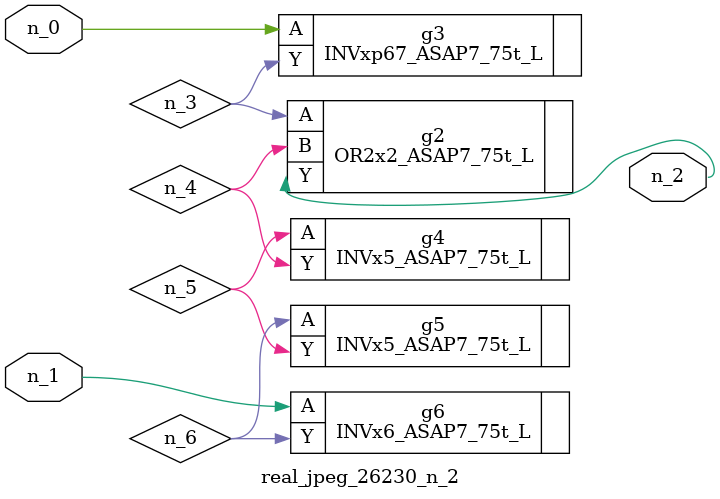
<source format=v>
module real_jpeg_26230_n_2 (n_1, n_0, n_2);

input n_1;
input n_0;

output n_2;

wire n_5;
wire n_4;
wire n_6;
wire n_3;

INVxp67_ASAP7_75t_L g3 ( 
.A(n_0),
.Y(n_3)
);

INVx6_ASAP7_75t_L g6 ( 
.A(n_1),
.Y(n_6)
);

OR2x2_ASAP7_75t_L g2 ( 
.A(n_3),
.B(n_4),
.Y(n_2)
);

INVx5_ASAP7_75t_L g4 ( 
.A(n_5),
.Y(n_4)
);

INVx5_ASAP7_75t_L g5 ( 
.A(n_6),
.Y(n_5)
);


endmodule
</source>
